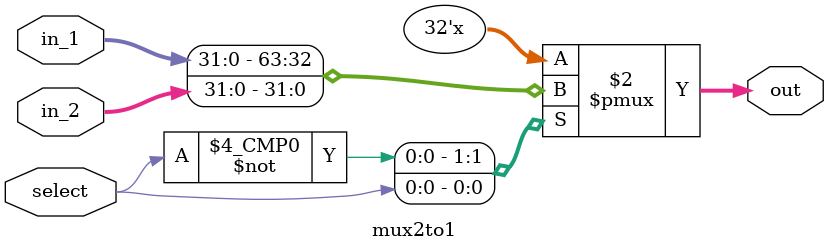
<source format=v>
module mux2to1 #(parameter W=32)(out, in_1, in_2, select);

input [W-1:0] in_1, in_2;
output reg [W-1:0] out;
input select;

always @(in_1 or in_2 or select) 
	case(select)
	1'b0:	out = in_1;
	1'b1: out = in_2;
	endcase
endmodule
</source>
